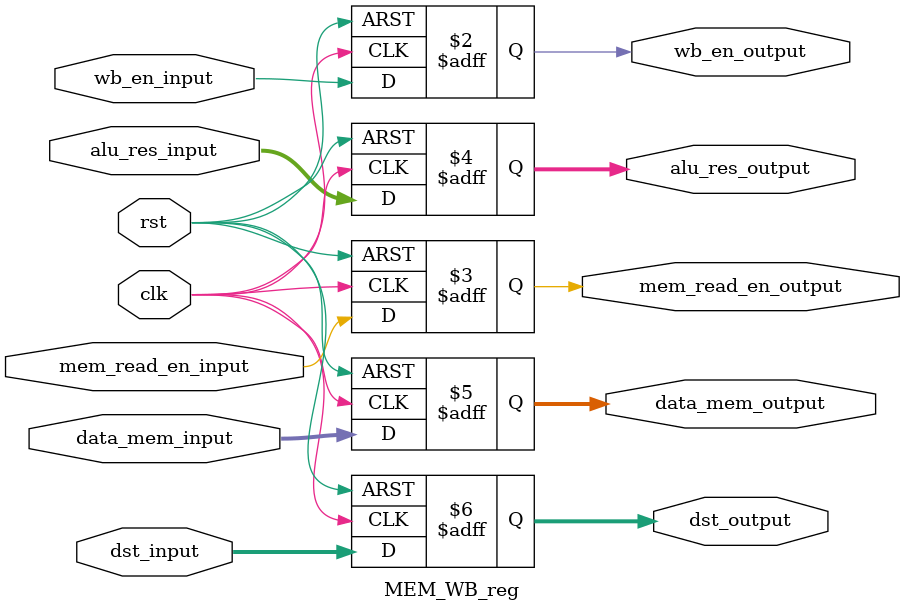
<source format=v>
module MEM_WB_reg(
  input clk,
	input rst,
	input [31:0] alu_res_input,
	input [31:0] data_mem_input,
	input [3:0] dst_input,
	input mem_read_en_input,
	input wb_en_input,

	output reg wb_en_output,
	output reg mem_read_en_output,
	output reg [31:0] alu_res_output,
	output reg [31:0] data_mem_output,
	output reg [3:0] dst_output
);
	always @ (posedge clk, posedge rst)begin
		if (rst)
			{wb_en_output,mem_read_en_output,alu_res_output,data_mem_output,dst_output} = 0;
		else
			{wb_en_output, mem_read_en_output, alu_res_output, data_mem_output, dst_output} = 
        {wb_en_input, mem_read_en_input, alu_res_input, data_mem_input, dst_input};

	end
endmodule
</source>
